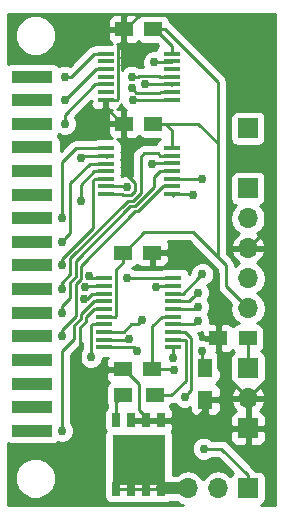
<source format=gtl>
G04 #@! TF.FileFunction,Copper,L1,Top,Signal*
%FSLAX46Y46*%
G04 Gerber Fmt 4.6, Leading zero omitted, Abs format (unit mm)*
G04 Created by KiCad (PCBNEW 4.0.7-e2-6376~58~ubuntu16.04.1) date Wed Nov  8 23:35:19 2017*
%MOMM*%
%LPD*%
G01*
G04 APERTURE LIST*
%ADD10C,0.100000*%
%ADD11R,1.397000X0.431800*%
%ADD12R,1.500000X1.300000*%
%ADD13R,1.450000X0.450000*%
%ADD14R,1.700000X1.700000*%
%ADD15O,1.700000X1.700000*%
%ADD16R,1.500000X1.250000*%
%ADD17R,1.300000X1.500000*%
%ADD18R,0.700000X1.200000*%
%ADD19R,4.500000X4.290000*%
%ADD20R,1.550000X1.600000*%
%ADD21R,1.550000X1.200000*%
%ADD22R,3.500000X1.000000*%
%ADD23C,0.762000*%
%ADD24C,0.254000*%
%ADD25C,1.000000*%
G04 APERTURE END LIST*
D10*
D11*
X224956000Y-105569600D03*
X224956000Y-106204600D03*
X224956000Y-106865000D03*
X224956000Y-107500000D03*
X224956000Y-108160400D03*
X224956000Y-108808100D03*
X224956000Y-109455800D03*
X230544000Y-109455800D03*
X230544000Y-108808100D03*
X230544000Y-108160400D03*
X230544000Y-107500000D03*
X230544000Y-106852300D03*
X230544000Y-106204600D03*
X230544000Y-105556900D03*
D12*
X226400000Y-126500000D03*
X229100000Y-126500000D03*
D13*
X230700000Y-122425000D03*
X230700000Y-121775000D03*
X230700000Y-121125000D03*
X230700000Y-120475000D03*
X230700000Y-119825000D03*
X230700000Y-119175000D03*
X230700000Y-118525000D03*
X230700000Y-117875000D03*
X230700000Y-117225000D03*
X230700000Y-116575000D03*
X224800000Y-116575000D03*
X224800000Y-117225000D03*
X224800000Y-117875000D03*
X224800000Y-118525000D03*
X224800000Y-119175000D03*
X224800000Y-119825000D03*
X224800000Y-120475000D03*
X224800000Y-121125000D03*
X224800000Y-121775000D03*
X224800000Y-122425000D03*
D14*
X237010000Y-124200000D03*
D15*
X237010000Y-126740000D03*
D16*
X236990000Y-121660000D03*
X234490000Y-121660000D03*
X226400000Y-114400000D03*
X228900000Y-114400000D03*
X226400000Y-124300000D03*
X228900000Y-124300000D03*
D14*
X237010000Y-103880000D03*
X237010000Y-108960000D03*
D15*
X237010000Y-111500000D03*
X237010000Y-114040000D03*
X237010000Y-116580000D03*
X237010000Y-119120000D03*
D17*
X233400000Y-124150000D03*
X233400000Y-126850000D03*
D11*
X224956000Y-97569600D03*
X224956000Y-98204600D03*
X224956000Y-98865000D03*
X224956000Y-99500000D03*
X224956000Y-100160400D03*
X224956000Y-100808100D03*
X224956000Y-101455800D03*
X230544000Y-101455800D03*
X230544000Y-100808100D03*
X230544000Y-100160400D03*
X230544000Y-99500000D03*
X230544000Y-98852300D03*
X230544000Y-98204600D03*
X230544000Y-97556900D03*
D18*
X229660000Y-128600000D03*
X228390000Y-128600000D03*
X227110000Y-128600000D03*
X225840000Y-128600000D03*
X225840000Y-134400000D03*
X227110000Y-134400000D03*
X228390000Y-134400000D03*
X229660000Y-134400000D03*
D19*
X227750000Y-132000000D03*
D20*
X228840000Y-132750000D03*
X226660000Y-132750000D03*
D21*
X228840000Y-130750000D03*
X226660000Y-130750000D03*
D16*
X226500000Y-103500000D03*
X229000000Y-103500000D03*
X226500000Y-95500000D03*
X229000000Y-95500000D03*
D14*
X237010000Y-134360000D03*
D15*
X234470000Y-134360000D03*
X231930000Y-134360000D03*
D14*
X237010000Y-129280000D03*
D22*
X218750000Y-99500000D03*
X218750000Y-101500000D03*
X218750000Y-103500000D03*
X218750000Y-105500000D03*
X218750000Y-107500000D03*
X218750000Y-109500000D03*
X218750000Y-111500000D03*
X218750000Y-113500000D03*
X218750000Y-115500000D03*
X218750000Y-117500000D03*
X218750000Y-119500000D03*
X218750000Y-121500000D03*
X218750000Y-123500000D03*
X218750000Y-125500000D03*
X218750000Y-127500000D03*
X218750000Y-129500000D03*
D23*
X230750562Y-124310683D03*
X232750000Y-119000004D03*
X232750000Y-120200004D03*
X226950000Y-121716990D03*
X227650000Y-122700000D03*
X228050000Y-120100000D03*
X228283070Y-100131451D03*
X223120022Y-118341417D03*
X227238338Y-101525691D03*
X223187306Y-117309293D03*
X222850000Y-106400000D03*
X221250000Y-129500000D03*
X223574033Y-116391699D03*
X222850000Y-110000000D03*
X233250000Y-131000000D03*
X223700000Y-123250002D03*
X231650000Y-126600000D03*
X226758010Y-108857579D03*
X226750000Y-116600000D03*
X228870043Y-106900000D03*
X229250000Y-117283010D03*
X233150002Y-116200000D03*
X233150000Y-108200000D03*
X232750000Y-117800000D03*
X232350000Y-109500000D03*
X233150000Y-122750000D03*
X230700000Y-123350000D03*
X221500000Y-99500000D03*
X221500000Y-101500000D03*
X221500000Y-103500000D03*
X229050000Y-98300000D03*
X227150000Y-99500000D03*
X227150000Y-100500000D03*
X221250000Y-111500000D03*
X221249361Y-113499361D03*
X221250000Y-115500000D03*
X221249361Y-117499361D03*
X221250000Y-119500000D03*
X221250000Y-121500000D03*
D24*
X228900000Y-124300000D02*
X230739879Y-124300000D01*
X230739879Y-124300000D02*
X230750562Y-124310683D01*
X229000000Y-95500000D02*
X230004000Y-95500000D01*
X230004000Y-95500000D02*
X234450000Y-99946000D01*
X234450000Y-99946000D02*
X234450000Y-105150000D01*
X235150000Y-115500000D02*
X234450000Y-114800000D01*
X234450000Y-114800000D02*
X232350000Y-112700000D01*
X232800000Y-103500000D02*
X234450000Y-105150000D01*
X234450000Y-105150000D02*
X234450000Y-114800000D01*
X229000000Y-103500000D02*
X232800000Y-103500000D01*
X237010000Y-119120000D02*
X235150000Y-117260000D01*
X235150000Y-117260000D02*
X235150000Y-115500000D01*
X232350000Y-112700000D02*
X228225000Y-112700000D01*
X228225000Y-112700000D02*
X226525000Y-114400000D01*
X226525000Y-114400000D02*
X226400000Y-114400000D01*
X229000000Y-95500000D02*
X229125000Y-95500000D01*
X229125000Y-95500000D02*
X230544000Y-96919000D01*
X230544000Y-96919000D02*
X230544000Y-97087000D01*
X230544000Y-97087000D02*
X230544000Y-97556900D01*
X229000000Y-103500000D02*
X230004000Y-103500000D01*
X230544000Y-105087000D02*
X230544000Y-105556900D01*
X230004000Y-103500000D02*
X230544000Y-104040000D01*
X230544000Y-104040000D02*
X230544000Y-105087000D01*
X236990000Y-121660000D02*
X236990000Y-124180000D01*
X236990000Y-124180000D02*
X237010000Y-124200000D01*
X237010000Y-121640000D02*
X236990000Y-121660000D01*
X228900000Y-120646000D02*
X229721000Y-119825000D01*
X228900000Y-124300000D02*
X228900000Y-120646000D01*
X229721000Y-119825000D02*
X230700000Y-119825000D01*
X224800000Y-119825000D02*
X225779000Y-119825000D01*
X226400000Y-115279000D02*
X226400000Y-114400000D01*
X225852001Y-115826999D02*
X226400000Y-115279000D01*
X225852001Y-119751999D02*
X225852001Y-115826999D01*
X225779000Y-119825000D02*
X225852001Y-119751999D01*
X224800000Y-119175000D02*
X223976349Y-119175000D01*
X223976349Y-119175000D02*
X223320034Y-119831315D01*
X223320034Y-119831315D02*
X223320034Y-120179966D01*
X223320034Y-120179966D02*
X222750000Y-120750000D01*
X222750000Y-120750000D02*
X222750000Y-124250000D01*
X222750000Y-124250000D02*
X222800000Y-124300000D01*
X222800000Y-124300000D02*
X225396000Y-124300000D01*
X225396000Y-124300000D02*
X226400000Y-124300000D01*
X230950000Y-94250000D02*
X227875000Y-94250000D01*
X227875000Y-94250000D02*
X226625000Y-95500000D01*
X226625000Y-95500000D02*
X226500000Y-95500000D01*
X231247999Y-94547999D02*
X230950000Y-94250000D01*
X238450000Y-100500000D02*
X232497999Y-94547999D01*
X232497999Y-94547999D02*
X231247999Y-94547999D01*
X238450000Y-112600000D02*
X238450000Y-100500000D01*
X237010000Y-114040000D02*
X238450000Y-112600000D01*
X232750000Y-114400000D02*
X234490000Y-116140000D01*
X234490000Y-116140000D02*
X234490000Y-121660000D01*
X228900000Y-114400000D02*
X232750000Y-114400000D01*
X238600000Y-114427919D02*
X238600000Y-125150000D01*
X238600000Y-125150000D02*
X237010000Y-126740000D01*
X237010000Y-114040000D02*
X238212081Y-114040000D01*
X238212081Y-114040000D02*
X238600000Y-114427919D01*
X229260000Y-114040000D02*
X228900000Y-114400000D01*
X227466011Y-108517738D02*
X227466011Y-109197420D01*
X226308389Y-109455800D02*
X225908500Y-109455800D01*
X226418169Y-109565580D02*
X226308389Y-109455800D01*
X227466011Y-109197420D02*
X227097851Y-109565580D01*
X227097851Y-109565580D02*
X226418169Y-109565580D01*
X226500000Y-103500000D02*
X226500000Y-107551727D01*
X226500000Y-107551727D02*
X227466011Y-108517738D01*
X225908500Y-109455800D02*
X224956000Y-109455800D01*
X226500000Y-103500000D02*
X226375000Y-103500000D01*
X226375000Y-103500000D02*
X224956000Y-102081000D01*
X224956000Y-102081000D02*
X224956000Y-101925700D01*
X224956000Y-101925700D02*
X224956000Y-101455800D01*
X226500000Y-95500000D02*
X226500000Y-96379000D01*
X226500000Y-96379000D02*
X225981501Y-96897499D01*
X225981501Y-96897499D02*
X225981501Y-101382799D01*
X225981501Y-101382799D02*
X225908500Y-101455800D01*
X225908500Y-101455800D02*
X224956000Y-101455800D01*
X226400000Y-124300000D02*
X226525000Y-124300000D01*
X227786000Y-125561000D02*
X227786000Y-127746000D01*
X226525000Y-124300000D02*
X227786000Y-125561000D01*
X227786000Y-127746000D02*
X228390000Y-128350000D01*
X228390000Y-128350000D02*
X228390000Y-128600000D01*
X233200000Y-126820000D02*
X233200000Y-127850000D01*
X233200000Y-127850000D02*
X232450000Y-128600000D01*
X232450000Y-128600000D02*
X228994000Y-128600000D01*
X228994000Y-128600000D02*
X228390000Y-128600000D01*
X233200000Y-126820000D02*
X233200000Y-127824000D01*
X233200000Y-127824000D02*
X232424000Y-128600000D01*
X232424000Y-128600000D02*
X230264000Y-128600000D01*
X230264000Y-128600000D02*
X229660000Y-128600000D01*
X232424000Y-128600000D02*
X227714000Y-128600000D01*
X227714000Y-128600000D02*
X227110000Y-128600000D01*
X237010000Y-126740000D02*
X233280000Y-126740000D01*
X233280000Y-126740000D02*
X233200000Y-126820000D01*
X237010000Y-126740000D02*
X237010000Y-127942081D01*
X237010000Y-127942081D02*
X237010000Y-129280000D01*
X234490000Y-121660000D02*
X234490000Y-124220000D01*
X234490000Y-124220000D02*
X237010000Y-126740000D01*
X232575004Y-119175000D02*
X232750000Y-119000004D01*
X230700000Y-119175000D02*
X232575004Y-119175000D01*
X232475004Y-120475000D02*
X232750000Y-120200004D01*
X230700000Y-120475000D02*
X232475004Y-120475000D01*
X226891990Y-121775000D02*
X226950000Y-121716990D01*
X224800000Y-121775000D02*
X226891990Y-121775000D01*
X224800000Y-122425000D02*
X227375000Y-122425000D01*
X227375000Y-122425000D02*
X227650000Y-122700000D01*
X227669001Y-120480999D02*
X228050000Y-120100000D01*
X227138149Y-120480999D02*
X227669001Y-120480999D01*
X224800000Y-121125000D02*
X226494148Y-121125000D01*
X226494148Y-121125000D02*
X227138149Y-120480999D01*
X228312019Y-100160400D02*
X228283070Y-100131451D01*
X230544000Y-100160400D02*
X228312019Y-100160400D01*
X230504400Y-100200000D02*
X230544000Y-100160400D01*
X223354583Y-118341417D02*
X223120022Y-118341417D01*
X224800000Y-117875000D02*
X223821000Y-117875000D01*
X223821000Y-117875000D02*
X223354583Y-118341417D01*
X227308229Y-101455800D02*
X227238338Y-101525691D01*
X230544000Y-101455800D02*
X227308229Y-101455800D01*
X223271599Y-117225000D02*
X223187306Y-117309293D01*
X224800000Y-117225000D02*
X223271599Y-117225000D01*
X224956000Y-106204600D02*
X223045400Y-106204600D01*
X223045400Y-106204600D02*
X222850000Y-106400000D01*
X225051400Y-106300000D02*
X224956000Y-106204600D01*
X221250000Y-129500000D02*
X221250000Y-122750000D01*
X221250000Y-122750000D02*
X222250000Y-121750000D01*
X222250000Y-121750000D02*
X222250000Y-120603253D01*
X222250000Y-120603253D02*
X222866023Y-119987230D01*
X222866023Y-119987230D02*
X222866023Y-119643258D01*
X222866023Y-119643258D02*
X223984281Y-118525000D01*
X223984281Y-118525000D02*
X224800000Y-118525000D01*
X218750000Y-129500000D02*
X220000000Y-129500000D01*
X223757334Y-116575000D02*
X223574033Y-116391699D01*
X224800000Y-116575000D02*
X223757334Y-116575000D01*
X222850000Y-109461185D02*
X222850000Y-110000000D01*
X224003500Y-107500000D02*
X222850000Y-108653500D01*
X224956000Y-107500000D02*
X224003500Y-107500000D01*
X222850000Y-108653500D02*
X222850000Y-109461185D01*
X233788815Y-131000000D02*
X233250000Y-131000000D01*
X234754000Y-131000000D02*
X233788815Y-131000000D01*
X237010000Y-133256000D02*
X234754000Y-131000000D01*
X237010000Y-134360000D02*
X237010000Y-133256000D01*
X223700000Y-122711187D02*
X223700000Y-123250002D01*
X223821000Y-120475000D02*
X223700000Y-120596000D01*
X224800000Y-120475000D02*
X223821000Y-120475000D01*
X223700000Y-120596000D02*
X223700000Y-122711187D01*
X230700000Y-121125000D02*
X231679000Y-121125000D01*
X231679000Y-121125000D02*
X232206011Y-121652011D01*
X232206011Y-121652011D02*
X232206011Y-126043989D01*
X232206011Y-126043989D02*
X232030999Y-126219001D01*
X232030999Y-126219001D02*
X231650000Y-126600000D01*
X225840000Y-134400000D02*
X225840000Y-134150000D01*
X225840000Y-134150000D02*
X227750000Y-132240000D01*
X227750000Y-132240000D02*
X227750000Y-132000000D01*
X227110000Y-134400000D02*
X225840000Y-134400000D01*
X228390000Y-134400000D02*
X227110000Y-134400000D01*
X229660000Y-134400000D02*
X228390000Y-134400000D01*
D25*
X231930000Y-134360000D02*
X229700000Y-134360000D01*
D24*
X229700000Y-134360000D02*
X229660000Y-134400000D01*
X224956000Y-108808100D02*
X226708531Y-108808100D01*
X226708531Y-108808100D02*
X226758010Y-108857579D01*
X226775000Y-116575000D02*
X226750000Y-116600000D01*
X230700000Y-116575000D02*
X226775000Y-116575000D01*
X230544000Y-106852300D02*
X228917743Y-106852300D01*
X228917743Y-106852300D02*
X228870043Y-106900000D01*
X229308010Y-117225000D02*
X229250000Y-117283010D01*
X230700000Y-117225000D02*
X229308010Y-117225000D01*
X232769003Y-116580999D02*
X233150002Y-116200000D01*
X231475002Y-117875000D02*
X232769003Y-116580999D01*
X230700000Y-117875000D02*
X231475002Y-117875000D01*
X233110400Y-108160400D02*
X233150000Y-108200000D01*
X230544000Y-108160400D02*
X233110400Y-108160400D01*
X230583600Y-108200000D02*
X230544000Y-108160400D01*
X232369001Y-118180999D02*
X232750000Y-117800000D01*
X232025000Y-118525000D02*
X232369001Y-118180999D01*
X230700000Y-118525000D02*
X232025000Y-118525000D01*
X232305800Y-109455800D02*
X232350000Y-109500000D01*
X230544000Y-109455800D02*
X232305800Y-109455800D01*
X230688200Y-109600000D02*
X230544000Y-109455800D01*
X233150000Y-122750000D02*
X233150000Y-123900000D01*
X233150000Y-123900000D02*
X233400000Y-124150000D01*
X230700000Y-122425000D02*
X230700000Y-123350000D01*
X230104000Y-126500000D02*
X229100000Y-126500000D01*
X230497842Y-126500000D02*
X230104000Y-126500000D01*
X231752001Y-125245841D02*
X230497842Y-126500000D01*
X231752001Y-121848001D02*
X231752001Y-125245841D01*
X231679000Y-121775000D02*
X231752001Y-121848001D01*
X230700000Y-121775000D02*
X231679000Y-121775000D01*
X226400000Y-126500000D02*
X225800000Y-127100000D01*
X225800000Y-127100000D02*
X225800000Y-128560000D01*
X225800000Y-128560000D02*
X225840000Y-128600000D01*
X221500000Y-99500000D02*
X222050000Y-99500000D01*
X222050000Y-99500000D02*
X223980400Y-97569600D01*
X223980400Y-97569600D02*
X224003500Y-97569600D01*
X224003500Y-97569600D02*
X224956000Y-97569600D01*
X222000000Y-101000000D02*
X224135000Y-98865000D01*
X222000000Y-101000000D02*
X221500000Y-101500000D01*
X224135000Y-98865000D02*
X224956000Y-98865000D01*
X221500000Y-103000000D02*
X221500000Y-102754000D01*
X221500000Y-103000000D02*
X221500000Y-103500000D01*
X221500000Y-102754000D02*
X224093600Y-100160400D01*
X224093600Y-100160400D02*
X224956000Y-100160400D01*
X229050000Y-98300000D02*
X230448600Y-98300000D01*
X230448600Y-98300000D02*
X230544000Y-98204600D01*
X227150000Y-99500000D02*
X227688815Y-99500000D01*
X227688815Y-99500000D02*
X227765366Y-99423449D01*
X227765366Y-99423449D02*
X229514949Y-99423449D01*
X229514949Y-99423449D02*
X229591500Y-99500000D01*
X229591500Y-99500000D02*
X230544000Y-99500000D01*
X227530999Y-100880999D02*
X229518601Y-100880999D01*
X229591500Y-100808100D02*
X230544000Y-100808100D01*
X227150000Y-100500000D02*
X227530999Y-100880999D01*
X229518601Y-100880999D02*
X229591500Y-100808100D01*
X221250000Y-111500000D02*
X221250000Y-106752156D01*
X221250000Y-106752156D02*
X222432556Y-105569600D01*
X222432556Y-105569600D02*
X224003500Y-105569600D01*
X224003500Y-105569600D02*
X224956000Y-105569600D01*
X218750000Y-111500000D02*
X219773100Y-111500000D01*
X221958001Y-112790721D02*
X221630360Y-113118362D01*
X223632844Y-106865000D02*
X221958001Y-108539843D01*
X224956000Y-106865000D02*
X223632844Y-106865000D01*
X221958001Y-108539843D02*
X221958001Y-112790721D01*
X221630360Y-113118362D02*
X221249361Y-113499361D01*
X223858002Y-108305898D02*
X224003500Y-108160400D01*
X223858002Y-112353183D02*
X223858002Y-108305898D01*
X221250000Y-115500000D02*
X221250000Y-114961185D01*
X224003500Y-108160400D02*
X224956000Y-108160400D01*
X221250000Y-114961185D02*
X223858002Y-112353183D01*
X227920022Y-106282136D02*
X227920022Y-109385477D01*
X227920022Y-109385477D02*
X227285908Y-110019591D01*
X221958001Y-114895252D02*
X221958001Y-116251906D01*
X228210159Y-105991999D02*
X227920022Y-106282136D01*
X229378899Y-105991999D02*
X228210159Y-105991999D01*
X221958001Y-116251906D02*
X221249361Y-116960546D01*
X226833662Y-110019591D02*
X221958001Y-114895252D01*
X227285908Y-110019591D02*
X226833662Y-110019591D01*
X221249361Y-116960546D02*
X221249361Y-117499361D01*
X229591500Y-106204600D02*
X229378899Y-105991999D01*
X230544000Y-106204600D02*
X229591500Y-106204600D01*
X229591500Y-107500000D02*
X230544000Y-107500000D01*
X227034330Y-110473602D02*
X227473966Y-110473601D01*
X221958001Y-116895252D02*
X222412012Y-116441241D01*
X221958001Y-118253184D02*
X221958001Y-116895252D01*
X222412012Y-115095920D02*
X227034330Y-110473602D01*
X227473966Y-110473601D02*
X229089841Y-108857726D01*
X221250000Y-119500000D02*
X221250000Y-118961185D01*
X221250000Y-118961185D02*
X221958001Y-118253184D01*
X222412012Y-116441241D02*
X222412012Y-115095920D01*
X229089841Y-108857726D02*
X229089841Y-108001659D01*
X229089841Y-108001659D02*
X229591500Y-107500000D01*
X227471989Y-110927611D02*
X227662024Y-110927611D01*
X229781535Y-108808100D02*
X230544000Y-108808100D01*
X221250000Y-120961185D02*
X222412012Y-119799173D01*
X222866023Y-115533577D02*
X227471989Y-110927611D01*
X227662024Y-110927611D02*
X229781535Y-108808100D01*
X221250000Y-121500000D02*
X221250000Y-120961185D01*
X222412012Y-119799173D02*
X222412012Y-117083309D01*
X222412012Y-117083309D02*
X222866023Y-116629298D01*
X222866023Y-116629298D02*
X222866023Y-115533577D01*
X230496300Y-98900000D02*
X230544000Y-98852300D01*
G36*
X222938000Y-122575084D02*
X222839179Y-122673733D01*
X222684176Y-123047020D01*
X222683824Y-123451210D01*
X222838175Y-123824768D01*
X223123731Y-124110823D01*
X223497018Y-124265826D01*
X223901208Y-124266178D01*
X224274766Y-124111827D01*
X224560821Y-123826271D01*
X224715824Y-123452984D01*
X224715959Y-123297440D01*
X225129534Y-123297440D01*
X225111673Y-123315301D01*
X225015000Y-123548690D01*
X225015000Y-124014250D01*
X225173750Y-124173000D01*
X226273000Y-124173000D01*
X226273000Y-124153000D01*
X226527000Y-124153000D01*
X226527000Y-124173000D01*
X226547000Y-124173000D01*
X226547000Y-124427000D01*
X226527000Y-124427000D01*
X226527000Y-124447000D01*
X226273000Y-124447000D01*
X226273000Y-124427000D01*
X225173750Y-124427000D01*
X225015000Y-124585750D01*
X225015000Y-125051310D01*
X225111673Y-125284699D01*
X225207276Y-125380301D01*
X225198559Y-125385910D01*
X225053569Y-125598110D01*
X225002560Y-125850000D01*
X225002560Y-127150000D01*
X225038000Y-127338347D01*
X225038000Y-127536728D01*
X224893569Y-127748110D01*
X224842560Y-128000000D01*
X224842560Y-129200000D01*
X224886838Y-129435317D01*
X224950558Y-129534340D01*
X224903569Y-129603110D01*
X224852560Y-129855000D01*
X224852560Y-133750619D01*
X224842560Y-133800000D01*
X224842560Y-135000000D01*
X224886838Y-135235317D01*
X225025910Y-135451441D01*
X225238110Y-135596431D01*
X225490000Y-135647440D01*
X226190000Y-135647440D01*
X226425317Y-135603162D01*
X226473028Y-135572461D01*
X226508110Y-135596431D01*
X226760000Y-135647440D01*
X227460000Y-135647440D01*
X227695317Y-135603162D01*
X227748178Y-135569147D01*
X227788110Y-135596431D01*
X228040000Y-135647440D01*
X228740000Y-135647440D01*
X228975317Y-135603162D01*
X229023028Y-135572461D01*
X229058110Y-135596431D01*
X229310000Y-135647440D01*
X230010000Y-135647440D01*
X230245317Y-135603162D01*
X230413406Y-135495000D01*
X230963536Y-135495000D01*
X231361715Y-135761054D01*
X231507236Y-135790000D01*
X216710000Y-135790000D01*
X216710000Y-133843599D01*
X217264699Y-133843599D01*
X217528281Y-134481515D01*
X218015918Y-134970004D01*
X218653373Y-135234699D01*
X219343599Y-135235301D01*
X219981515Y-134971719D01*
X220470004Y-134484082D01*
X220734699Y-133846627D01*
X220735301Y-133156401D01*
X220471719Y-132518485D01*
X219984082Y-132029996D01*
X219346627Y-131765301D01*
X218656401Y-131764699D01*
X218018485Y-132028281D01*
X217529996Y-132515918D01*
X217265301Y-133153373D01*
X217264699Y-133843599D01*
X216710000Y-133843599D01*
X216710000Y-130570392D01*
X216748110Y-130596431D01*
X217000000Y-130647440D01*
X220500000Y-130647440D01*
X220735317Y-130603162D01*
X220940062Y-130471412D01*
X221047018Y-130515824D01*
X221451208Y-130516176D01*
X221824766Y-130361825D01*
X222110821Y-130076269D01*
X222265824Y-129702982D01*
X222266176Y-129298792D01*
X222111825Y-128925234D01*
X222012000Y-128825235D01*
X222012000Y-123065630D01*
X222788816Y-122288815D01*
X222938000Y-122065545D01*
X222938000Y-122575084D01*
X222938000Y-122575084D01*
G37*
X222938000Y-122575084D02*
X222839179Y-122673733D01*
X222684176Y-123047020D01*
X222683824Y-123451210D01*
X222838175Y-123824768D01*
X223123731Y-124110823D01*
X223497018Y-124265826D01*
X223901208Y-124266178D01*
X224274766Y-124111827D01*
X224560821Y-123826271D01*
X224715824Y-123452984D01*
X224715959Y-123297440D01*
X225129534Y-123297440D01*
X225111673Y-123315301D01*
X225015000Y-123548690D01*
X225015000Y-124014250D01*
X225173750Y-124173000D01*
X226273000Y-124173000D01*
X226273000Y-124153000D01*
X226527000Y-124153000D01*
X226527000Y-124173000D01*
X226547000Y-124173000D01*
X226547000Y-124427000D01*
X226527000Y-124427000D01*
X226527000Y-124447000D01*
X226273000Y-124447000D01*
X226273000Y-124427000D01*
X225173750Y-124427000D01*
X225015000Y-124585750D01*
X225015000Y-125051310D01*
X225111673Y-125284699D01*
X225207276Y-125380301D01*
X225198559Y-125385910D01*
X225053569Y-125598110D01*
X225002560Y-125850000D01*
X225002560Y-127150000D01*
X225038000Y-127338347D01*
X225038000Y-127536728D01*
X224893569Y-127748110D01*
X224842560Y-128000000D01*
X224842560Y-129200000D01*
X224886838Y-129435317D01*
X224950558Y-129534340D01*
X224903569Y-129603110D01*
X224852560Y-129855000D01*
X224852560Y-133750619D01*
X224842560Y-133800000D01*
X224842560Y-135000000D01*
X224886838Y-135235317D01*
X225025910Y-135451441D01*
X225238110Y-135596431D01*
X225490000Y-135647440D01*
X226190000Y-135647440D01*
X226425317Y-135603162D01*
X226473028Y-135572461D01*
X226508110Y-135596431D01*
X226760000Y-135647440D01*
X227460000Y-135647440D01*
X227695317Y-135603162D01*
X227748178Y-135569147D01*
X227788110Y-135596431D01*
X228040000Y-135647440D01*
X228740000Y-135647440D01*
X228975317Y-135603162D01*
X229023028Y-135572461D01*
X229058110Y-135596431D01*
X229310000Y-135647440D01*
X230010000Y-135647440D01*
X230245317Y-135603162D01*
X230413406Y-135495000D01*
X230963536Y-135495000D01*
X231361715Y-135761054D01*
X231507236Y-135790000D01*
X216710000Y-135790000D01*
X216710000Y-133843599D01*
X217264699Y-133843599D01*
X217528281Y-134481515D01*
X218015918Y-134970004D01*
X218653373Y-135234699D01*
X219343599Y-135235301D01*
X219981515Y-134971719D01*
X220470004Y-134484082D01*
X220734699Y-133846627D01*
X220735301Y-133156401D01*
X220471719Y-132518485D01*
X219984082Y-132029996D01*
X219346627Y-131765301D01*
X218656401Y-131764699D01*
X218018485Y-132028281D01*
X217529996Y-132515918D01*
X217265301Y-133153373D01*
X217264699Y-133843599D01*
X216710000Y-133843599D01*
X216710000Y-130570392D01*
X216748110Y-130596431D01*
X217000000Y-130647440D01*
X220500000Y-130647440D01*
X220735317Y-130603162D01*
X220940062Y-130471412D01*
X221047018Y-130515824D01*
X221451208Y-130516176D01*
X221824766Y-130361825D01*
X222110821Y-130076269D01*
X222265824Y-129702982D01*
X222266176Y-129298792D01*
X222111825Y-128925234D01*
X222012000Y-128825235D01*
X222012000Y-123065630D01*
X222788816Y-122288815D01*
X222938000Y-122065545D01*
X222938000Y-122575084D01*
G36*
X239290000Y-135790000D02*
X238131312Y-135790000D01*
X238311441Y-135674090D01*
X238456431Y-135461890D01*
X238507440Y-135210000D01*
X238507440Y-133510000D01*
X238463162Y-133274683D01*
X238324090Y-133058559D01*
X238111890Y-132913569D01*
X237860000Y-132862560D01*
X237645952Y-132862560D01*
X237634825Y-132845907D01*
X237548816Y-132717185D01*
X235292815Y-130461185D01*
X235278232Y-130451441D01*
X235045605Y-130296004D01*
X234754000Y-130238000D01*
X233924918Y-130238000D01*
X233826269Y-130139179D01*
X233452982Y-129984176D01*
X233048792Y-129983824D01*
X232675234Y-130138175D01*
X232389179Y-130423731D01*
X232234176Y-130797018D01*
X232233824Y-131201208D01*
X232388175Y-131574766D01*
X232673731Y-131860821D01*
X233047018Y-132015824D01*
X233451208Y-132016176D01*
X233824766Y-131861825D01*
X233924765Y-131762000D01*
X234438370Y-131762000D01*
X235716907Y-133040538D01*
X235708559Y-133045910D01*
X235563569Y-133258110D01*
X235549914Y-133325541D01*
X235520054Y-133280853D01*
X235038285Y-132958946D01*
X234470000Y-132845907D01*
X233901715Y-132958946D01*
X233419946Y-133280853D01*
X233200000Y-133610026D01*
X232980054Y-133280853D01*
X232498285Y-132958946D01*
X231930000Y-132845907D01*
X231361715Y-132958946D01*
X230963536Y-133225000D01*
X230647440Y-133225000D01*
X230647440Y-129855000D01*
X230603162Y-129619683D01*
X230568457Y-129565750D01*
X235525000Y-129565750D01*
X235525000Y-130256310D01*
X235621673Y-130489699D01*
X235800302Y-130668327D01*
X236033691Y-130765000D01*
X236724250Y-130765000D01*
X236883000Y-130606250D01*
X236883000Y-129407000D01*
X237137000Y-129407000D01*
X237137000Y-130606250D01*
X237295750Y-130765000D01*
X237986309Y-130765000D01*
X238219698Y-130668327D01*
X238398327Y-130489699D01*
X238495000Y-130256310D01*
X238495000Y-129565750D01*
X238336250Y-129407000D01*
X237137000Y-129407000D01*
X236883000Y-129407000D01*
X235683750Y-129407000D01*
X235525000Y-129565750D01*
X230568457Y-129565750D01*
X230554685Y-129544348D01*
X230645000Y-129326310D01*
X230645000Y-128885750D01*
X230486250Y-128727000D01*
X229787000Y-128727000D01*
X229787000Y-128747000D01*
X229533000Y-128747000D01*
X229533000Y-128727000D01*
X228517000Y-128727000D01*
X228517000Y-128747000D01*
X228263000Y-128747000D01*
X228263000Y-128727000D01*
X227237000Y-128727000D01*
X227237000Y-128747000D01*
X226983000Y-128747000D01*
X226983000Y-128727000D01*
X226963000Y-128727000D01*
X226963000Y-128473000D01*
X226983000Y-128473000D01*
X226983000Y-128453000D01*
X227237000Y-128453000D01*
X227237000Y-128473000D01*
X228263000Y-128473000D01*
X228263000Y-128453000D01*
X228517000Y-128453000D01*
X228517000Y-128473000D01*
X229533000Y-128473000D01*
X229533000Y-128453000D01*
X229787000Y-128453000D01*
X229787000Y-128473000D01*
X230486250Y-128473000D01*
X230645000Y-128314250D01*
X230645000Y-128303690D01*
X235525000Y-128303690D01*
X235525000Y-128994250D01*
X235683750Y-129153000D01*
X236883000Y-129153000D01*
X236883000Y-126867000D01*
X237137000Y-126867000D01*
X237137000Y-129153000D01*
X238336250Y-129153000D01*
X238495000Y-128994250D01*
X238495000Y-128303690D01*
X238398327Y-128070301D01*
X238219698Y-127891673D01*
X238005792Y-127803070D01*
X238205183Y-127621358D01*
X238451486Y-127096892D01*
X238330819Y-126867000D01*
X237137000Y-126867000D01*
X236883000Y-126867000D01*
X235689181Y-126867000D01*
X235568514Y-127096892D01*
X235814817Y-127621358D01*
X236014208Y-127803070D01*
X235800302Y-127891673D01*
X235621673Y-128070301D01*
X235525000Y-128303690D01*
X230645000Y-128303690D01*
X230645000Y-127873690D01*
X230548327Y-127640301D01*
X230391017Y-127482992D01*
X230446431Y-127401890D01*
X230474759Y-127262000D01*
X230497842Y-127262000D01*
X230789447Y-127203996D01*
X230806188Y-127192810D01*
X231073731Y-127460821D01*
X231447018Y-127615824D01*
X231851208Y-127616176D01*
X232115000Y-127507179D01*
X232115000Y-127726309D01*
X232211673Y-127959698D01*
X232390301Y-128138327D01*
X232623690Y-128235000D01*
X233114250Y-128235000D01*
X233273000Y-128076250D01*
X233273000Y-126977000D01*
X233527000Y-126977000D01*
X233527000Y-128076250D01*
X233685750Y-128235000D01*
X234176310Y-128235000D01*
X234409699Y-128138327D01*
X234588327Y-127959698D01*
X234685000Y-127726309D01*
X234685000Y-127135750D01*
X234526250Y-126977000D01*
X233527000Y-126977000D01*
X233273000Y-126977000D01*
X233253000Y-126977000D01*
X233253000Y-126723000D01*
X233273000Y-126723000D01*
X233273000Y-126703000D01*
X233527000Y-126703000D01*
X233527000Y-126723000D01*
X234526250Y-126723000D01*
X234685000Y-126564250D01*
X234685000Y-125973691D01*
X234588327Y-125740302D01*
X234409699Y-125561673D01*
X234273713Y-125505346D01*
X234285317Y-125503162D01*
X234501441Y-125364090D01*
X234646431Y-125151890D01*
X234697440Y-124900000D01*
X234697440Y-123400000D01*
X234653162Y-123164683D01*
X234514090Y-122948559D01*
X234313053Y-122811197D01*
X234363000Y-122761250D01*
X234363000Y-121787000D01*
X233480196Y-121787000D01*
X233352982Y-121734176D01*
X232968011Y-121733841D01*
X232968011Y-121652011D01*
X232910007Y-121360406D01*
X232813558Y-121216060D01*
X232951208Y-121216180D01*
X233105000Y-121152634D01*
X233105000Y-121374250D01*
X233263750Y-121533000D01*
X234363000Y-121533000D01*
X234363000Y-120558750D01*
X234204250Y-120400000D01*
X233765827Y-120400000D01*
X233766176Y-119998796D01*
X233611825Y-119625238D01*
X233586841Y-119600211D01*
X233610821Y-119576273D01*
X233765824Y-119202986D01*
X233766176Y-118798796D01*
X233611825Y-118425238D01*
X233586839Y-118400209D01*
X233610821Y-118376269D01*
X233765824Y-118002982D01*
X233766176Y-117598792D01*
X233611825Y-117225234D01*
X233529318Y-117142583D01*
X233724768Y-117061825D01*
X234010823Y-116776269D01*
X234165826Y-116402982D01*
X234166178Y-115998792D01*
X234011827Y-115625234D01*
X233726271Y-115339179D01*
X233352984Y-115184176D01*
X232948794Y-115183824D01*
X232575236Y-115338175D01*
X232289181Y-115623731D01*
X232134178Y-115997018D01*
X232134055Y-116138316D01*
X232048674Y-116223697D01*
X232028162Y-116114683D01*
X231889090Y-115898559D01*
X231676890Y-115753569D01*
X231425000Y-115702560D01*
X229975000Y-115702560D01*
X229739683Y-115746838D01*
X229636864Y-115813000D01*
X227399961Y-115813000D01*
X227326269Y-115739179D01*
X227160697Y-115670427D01*
X227385317Y-115628162D01*
X227601441Y-115489090D01*
X227647969Y-115420994D01*
X227790302Y-115563327D01*
X228023691Y-115660000D01*
X228614250Y-115660000D01*
X228773000Y-115501250D01*
X228773000Y-114527000D01*
X229027000Y-114527000D01*
X229027000Y-115501250D01*
X229185750Y-115660000D01*
X229776309Y-115660000D01*
X230009698Y-115563327D01*
X230188327Y-115384699D01*
X230285000Y-115151310D01*
X230285000Y-114685750D01*
X230126250Y-114527000D01*
X229027000Y-114527000D01*
X228773000Y-114527000D01*
X228753000Y-114527000D01*
X228753000Y-114273000D01*
X228773000Y-114273000D01*
X228773000Y-114253000D01*
X229027000Y-114253000D01*
X229027000Y-114273000D01*
X230126250Y-114273000D01*
X230285000Y-114114250D01*
X230285000Y-113648690D01*
X230207670Y-113462000D01*
X232034370Y-113462000D01*
X233911184Y-115338815D01*
X233911187Y-115338817D01*
X234388000Y-115815631D01*
X234388000Y-117260000D01*
X234446004Y-117551605D01*
X234587254Y-117763000D01*
X234611185Y-117798815D01*
X235568321Y-118755951D01*
X235495907Y-119120000D01*
X235608946Y-119688285D01*
X235930853Y-120170054D01*
X236256374Y-120387560D01*
X236240000Y-120387560D01*
X236004683Y-120431838D01*
X235788559Y-120570910D01*
X235742031Y-120639006D01*
X235599698Y-120496673D01*
X235366309Y-120400000D01*
X234775750Y-120400000D01*
X234617000Y-120558750D01*
X234617000Y-121533000D01*
X234637000Y-121533000D01*
X234637000Y-121787000D01*
X234617000Y-121787000D01*
X234617000Y-122761250D01*
X234775750Y-122920000D01*
X235366309Y-122920000D01*
X235599698Y-122823327D01*
X235740936Y-122682090D01*
X235775910Y-122736441D01*
X235855902Y-122791097D01*
X235708559Y-122885910D01*
X235563569Y-123098110D01*
X235512560Y-123350000D01*
X235512560Y-125050000D01*
X235556838Y-125285317D01*
X235695910Y-125501441D01*
X235908110Y-125646431D01*
X236022301Y-125669555D01*
X235814817Y-125858642D01*
X235568514Y-126383108D01*
X235689181Y-126613000D01*
X236883000Y-126613000D01*
X236883000Y-126593000D01*
X237137000Y-126593000D01*
X237137000Y-126613000D01*
X238330819Y-126613000D01*
X238451486Y-126383108D01*
X238205183Y-125858642D01*
X237999496Y-125671192D01*
X238095317Y-125653162D01*
X238311441Y-125514090D01*
X238456431Y-125301890D01*
X238507440Y-125050000D01*
X238507440Y-123350000D01*
X238463162Y-123114683D01*
X238324090Y-122898559D01*
X238147097Y-122777625D01*
X238191441Y-122749090D01*
X238336431Y-122536890D01*
X238387440Y-122285000D01*
X238387440Y-121035000D01*
X238343162Y-120799683D01*
X238204090Y-120583559D01*
X237991890Y-120438569D01*
X237758131Y-120391232D01*
X238089147Y-120170054D01*
X238411054Y-119688285D01*
X238524093Y-119120000D01*
X238411054Y-118551715D01*
X238089147Y-118069946D01*
X237759974Y-117850000D01*
X238089147Y-117630054D01*
X238411054Y-117148285D01*
X238524093Y-116580000D01*
X238411054Y-116011715D01*
X238089147Y-115529946D01*
X237748447Y-115302298D01*
X237891358Y-115235183D01*
X238281645Y-114806924D01*
X238451476Y-114396890D01*
X238330155Y-114167000D01*
X237137000Y-114167000D01*
X237137000Y-114187000D01*
X236883000Y-114187000D01*
X236883000Y-114167000D01*
X235689845Y-114167000D01*
X235568524Y-114396890D01*
X235738355Y-114806924D01*
X236128642Y-115235183D01*
X236271553Y-115302298D01*
X235930853Y-115529946D01*
X235912000Y-115558162D01*
X235912000Y-115500000D01*
X235853996Y-115208395D01*
X235784239Y-115103996D01*
X235688815Y-114961184D01*
X235212000Y-114484370D01*
X235212000Y-111500000D01*
X235495907Y-111500000D01*
X235608946Y-112068285D01*
X235930853Y-112550054D01*
X236271553Y-112777702D01*
X236128642Y-112844817D01*
X235738355Y-113273076D01*
X235568524Y-113683110D01*
X235689845Y-113913000D01*
X236883000Y-113913000D01*
X236883000Y-113893000D01*
X237137000Y-113893000D01*
X237137000Y-113913000D01*
X238330155Y-113913000D01*
X238451476Y-113683110D01*
X238281645Y-113273076D01*
X237891358Y-112844817D01*
X237748447Y-112777702D01*
X238089147Y-112550054D01*
X238411054Y-112068285D01*
X238524093Y-111500000D01*
X238411054Y-110931715D01*
X238089147Y-110449946D01*
X238047548Y-110422150D01*
X238095317Y-110413162D01*
X238311441Y-110274090D01*
X238456431Y-110061890D01*
X238507440Y-109810000D01*
X238507440Y-108110000D01*
X238463162Y-107874683D01*
X238324090Y-107658559D01*
X238111890Y-107513569D01*
X237860000Y-107462560D01*
X236160000Y-107462560D01*
X235924683Y-107506838D01*
X235708559Y-107645910D01*
X235563569Y-107858110D01*
X235512560Y-108110000D01*
X235512560Y-109810000D01*
X235556838Y-110045317D01*
X235695910Y-110261441D01*
X235908110Y-110406431D01*
X235975541Y-110420086D01*
X235930853Y-110449946D01*
X235608946Y-110931715D01*
X235495907Y-111500000D01*
X235212000Y-111500000D01*
X235212000Y-103030000D01*
X235512560Y-103030000D01*
X235512560Y-104730000D01*
X235556838Y-104965317D01*
X235695910Y-105181441D01*
X235908110Y-105326431D01*
X236160000Y-105377440D01*
X237860000Y-105377440D01*
X238095317Y-105333162D01*
X238311441Y-105194090D01*
X238456431Y-104981890D01*
X238507440Y-104730000D01*
X238507440Y-103030000D01*
X238463162Y-102794683D01*
X238324090Y-102578559D01*
X238111890Y-102433569D01*
X237860000Y-102382560D01*
X236160000Y-102382560D01*
X235924683Y-102426838D01*
X235708559Y-102565910D01*
X235563569Y-102778110D01*
X235512560Y-103030000D01*
X235212000Y-103030000D01*
X235212000Y-99946000D01*
X235153996Y-99654395D01*
X235063956Y-99519641D01*
X234988815Y-99407184D01*
X230542815Y-94961185D01*
X230413830Y-94875000D01*
X230395083Y-94862473D01*
X230353162Y-94639683D01*
X230214090Y-94423559D01*
X230001890Y-94278569D01*
X229750000Y-94227560D01*
X228250000Y-94227560D01*
X228014683Y-94271838D01*
X227798559Y-94410910D01*
X227752031Y-94479006D01*
X227609698Y-94336673D01*
X227376309Y-94240000D01*
X226785750Y-94240000D01*
X226627000Y-94398750D01*
X226627000Y-95373000D01*
X226647000Y-95373000D01*
X226647000Y-95627000D01*
X226627000Y-95627000D01*
X226627000Y-96601250D01*
X226785750Y-96760000D01*
X227376309Y-96760000D01*
X227609698Y-96663327D01*
X227750936Y-96522090D01*
X227785910Y-96576441D01*
X227998110Y-96721431D01*
X228250000Y-96772440D01*
X229319810Y-96772440D01*
X229412447Y-96865077D01*
X229394059Y-96876910D01*
X229249069Y-97089110D01*
X229209575Y-97284138D01*
X228848792Y-97283824D01*
X228475234Y-97438175D01*
X228189179Y-97723731D01*
X228034176Y-98097018D01*
X228033824Y-98501208D01*
X228100034Y-98661449D01*
X227765366Y-98661449D01*
X227751294Y-98664248D01*
X227726269Y-98639179D01*
X227352982Y-98484176D01*
X226948792Y-98483824D01*
X226575234Y-98638175D01*
X226301940Y-98910992D01*
X226301940Y-98649100D01*
X226279643Y-98530604D01*
X226301940Y-98420500D01*
X226301940Y-97988700D01*
X226282121Y-97883370D01*
X226301940Y-97785500D01*
X226301940Y-97353700D01*
X226257662Y-97118383D01*
X226118590Y-96902259D01*
X225910387Y-96760000D01*
X226214250Y-96760000D01*
X226373000Y-96601250D01*
X226373000Y-95627000D01*
X225273750Y-95627000D01*
X225115000Y-95785750D01*
X225115000Y-96251310D01*
X225211673Y-96484699D01*
X225390302Y-96663327D01*
X225493951Y-96706260D01*
X224257500Y-96706260D01*
X224022183Y-96750538D01*
X223912525Y-96821101D01*
X223688795Y-96865604D01*
X223608883Y-96919000D01*
X223441585Y-97030785D01*
X221904511Y-98567859D01*
X221702982Y-98484176D01*
X221298792Y-98483824D01*
X221001483Y-98606670D01*
X220964090Y-98548559D01*
X220751890Y-98403569D01*
X220500000Y-98352560D01*
X217000000Y-98352560D01*
X216764683Y-98396838D01*
X216710000Y-98432026D01*
X216710000Y-96343599D01*
X217264699Y-96343599D01*
X217528281Y-96981515D01*
X218015918Y-97470004D01*
X218653373Y-97734699D01*
X219343599Y-97735301D01*
X219981515Y-97471719D01*
X220470004Y-96984082D01*
X220734699Y-96346627D01*
X220735301Y-95656401D01*
X220471719Y-95018485D01*
X220202395Y-94748690D01*
X225115000Y-94748690D01*
X225115000Y-95214250D01*
X225273750Y-95373000D01*
X226373000Y-95373000D01*
X226373000Y-94398750D01*
X226214250Y-94240000D01*
X225623691Y-94240000D01*
X225390302Y-94336673D01*
X225211673Y-94515301D01*
X225115000Y-94748690D01*
X220202395Y-94748690D01*
X219984082Y-94529996D01*
X219346627Y-94265301D01*
X218656401Y-94264699D01*
X218018485Y-94528281D01*
X217529996Y-95015918D01*
X217265301Y-95653373D01*
X217264699Y-96343599D01*
X216710000Y-96343599D01*
X216710000Y-94210000D01*
X239290000Y-94210000D01*
X239290000Y-135790000D01*
X239290000Y-135790000D01*
G37*
X239290000Y-135790000D02*
X238131312Y-135790000D01*
X238311441Y-135674090D01*
X238456431Y-135461890D01*
X238507440Y-135210000D01*
X238507440Y-133510000D01*
X238463162Y-133274683D01*
X238324090Y-133058559D01*
X238111890Y-132913569D01*
X237860000Y-132862560D01*
X237645952Y-132862560D01*
X237634825Y-132845907D01*
X237548816Y-132717185D01*
X235292815Y-130461185D01*
X235278232Y-130451441D01*
X235045605Y-130296004D01*
X234754000Y-130238000D01*
X233924918Y-130238000D01*
X233826269Y-130139179D01*
X233452982Y-129984176D01*
X233048792Y-129983824D01*
X232675234Y-130138175D01*
X232389179Y-130423731D01*
X232234176Y-130797018D01*
X232233824Y-131201208D01*
X232388175Y-131574766D01*
X232673731Y-131860821D01*
X233047018Y-132015824D01*
X233451208Y-132016176D01*
X233824766Y-131861825D01*
X233924765Y-131762000D01*
X234438370Y-131762000D01*
X235716907Y-133040538D01*
X235708559Y-133045910D01*
X235563569Y-133258110D01*
X235549914Y-133325541D01*
X235520054Y-133280853D01*
X235038285Y-132958946D01*
X234470000Y-132845907D01*
X233901715Y-132958946D01*
X233419946Y-133280853D01*
X233200000Y-133610026D01*
X232980054Y-133280853D01*
X232498285Y-132958946D01*
X231930000Y-132845907D01*
X231361715Y-132958946D01*
X230963536Y-133225000D01*
X230647440Y-133225000D01*
X230647440Y-129855000D01*
X230603162Y-129619683D01*
X230568457Y-129565750D01*
X235525000Y-129565750D01*
X235525000Y-130256310D01*
X235621673Y-130489699D01*
X235800302Y-130668327D01*
X236033691Y-130765000D01*
X236724250Y-130765000D01*
X236883000Y-130606250D01*
X236883000Y-129407000D01*
X237137000Y-129407000D01*
X237137000Y-130606250D01*
X237295750Y-130765000D01*
X237986309Y-130765000D01*
X238219698Y-130668327D01*
X238398327Y-130489699D01*
X238495000Y-130256310D01*
X238495000Y-129565750D01*
X238336250Y-129407000D01*
X237137000Y-129407000D01*
X236883000Y-129407000D01*
X235683750Y-129407000D01*
X235525000Y-129565750D01*
X230568457Y-129565750D01*
X230554685Y-129544348D01*
X230645000Y-129326310D01*
X230645000Y-128885750D01*
X230486250Y-128727000D01*
X229787000Y-128727000D01*
X229787000Y-128747000D01*
X229533000Y-128747000D01*
X229533000Y-128727000D01*
X228517000Y-128727000D01*
X228517000Y-128747000D01*
X228263000Y-128747000D01*
X228263000Y-128727000D01*
X227237000Y-128727000D01*
X227237000Y-128747000D01*
X226983000Y-128747000D01*
X226983000Y-128727000D01*
X226963000Y-128727000D01*
X226963000Y-128473000D01*
X226983000Y-128473000D01*
X226983000Y-128453000D01*
X227237000Y-128453000D01*
X227237000Y-128473000D01*
X228263000Y-128473000D01*
X228263000Y-128453000D01*
X228517000Y-128453000D01*
X228517000Y-128473000D01*
X229533000Y-128473000D01*
X229533000Y-128453000D01*
X229787000Y-128453000D01*
X229787000Y-128473000D01*
X230486250Y-128473000D01*
X230645000Y-128314250D01*
X230645000Y-128303690D01*
X235525000Y-128303690D01*
X235525000Y-128994250D01*
X235683750Y-129153000D01*
X236883000Y-129153000D01*
X236883000Y-126867000D01*
X237137000Y-126867000D01*
X237137000Y-129153000D01*
X238336250Y-129153000D01*
X238495000Y-128994250D01*
X238495000Y-128303690D01*
X238398327Y-128070301D01*
X238219698Y-127891673D01*
X238005792Y-127803070D01*
X238205183Y-127621358D01*
X238451486Y-127096892D01*
X238330819Y-126867000D01*
X237137000Y-126867000D01*
X236883000Y-126867000D01*
X235689181Y-126867000D01*
X235568514Y-127096892D01*
X235814817Y-127621358D01*
X236014208Y-127803070D01*
X235800302Y-127891673D01*
X235621673Y-128070301D01*
X235525000Y-128303690D01*
X230645000Y-128303690D01*
X230645000Y-127873690D01*
X230548327Y-127640301D01*
X230391017Y-127482992D01*
X230446431Y-127401890D01*
X230474759Y-127262000D01*
X230497842Y-127262000D01*
X230789447Y-127203996D01*
X230806188Y-127192810D01*
X231073731Y-127460821D01*
X231447018Y-127615824D01*
X231851208Y-127616176D01*
X232115000Y-127507179D01*
X232115000Y-127726309D01*
X232211673Y-127959698D01*
X232390301Y-128138327D01*
X232623690Y-128235000D01*
X233114250Y-128235000D01*
X233273000Y-128076250D01*
X233273000Y-126977000D01*
X233527000Y-126977000D01*
X233527000Y-128076250D01*
X233685750Y-128235000D01*
X234176310Y-128235000D01*
X234409699Y-128138327D01*
X234588327Y-127959698D01*
X234685000Y-127726309D01*
X234685000Y-127135750D01*
X234526250Y-126977000D01*
X233527000Y-126977000D01*
X233273000Y-126977000D01*
X233253000Y-126977000D01*
X233253000Y-126723000D01*
X233273000Y-126723000D01*
X233273000Y-126703000D01*
X233527000Y-126703000D01*
X233527000Y-126723000D01*
X234526250Y-126723000D01*
X234685000Y-126564250D01*
X234685000Y-125973691D01*
X234588327Y-125740302D01*
X234409699Y-125561673D01*
X234273713Y-125505346D01*
X234285317Y-125503162D01*
X234501441Y-125364090D01*
X234646431Y-125151890D01*
X234697440Y-124900000D01*
X234697440Y-123400000D01*
X234653162Y-123164683D01*
X234514090Y-122948559D01*
X234313053Y-122811197D01*
X234363000Y-122761250D01*
X234363000Y-121787000D01*
X233480196Y-121787000D01*
X233352982Y-121734176D01*
X232968011Y-121733841D01*
X232968011Y-121652011D01*
X232910007Y-121360406D01*
X232813558Y-121216060D01*
X232951208Y-121216180D01*
X233105000Y-121152634D01*
X233105000Y-121374250D01*
X233263750Y-121533000D01*
X234363000Y-121533000D01*
X234363000Y-120558750D01*
X234204250Y-120400000D01*
X233765827Y-120400000D01*
X233766176Y-119998796D01*
X233611825Y-119625238D01*
X233586841Y-119600211D01*
X233610821Y-119576273D01*
X233765824Y-119202986D01*
X233766176Y-118798796D01*
X233611825Y-118425238D01*
X233586839Y-118400209D01*
X233610821Y-118376269D01*
X233765824Y-118002982D01*
X233766176Y-117598792D01*
X233611825Y-117225234D01*
X233529318Y-117142583D01*
X233724768Y-117061825D01*
X234010823Y-116776269D01*
X234165826Y-116402982D01*
X234166178Y-115998792D01*
X234011827Y-115625234D01*
X233726271Y-115339179D01*
X233352984Y-115184176D01*
X232948794Y-115183824D01*
X232575236Y-115338175D01*
X232289181Y-115623731D01*
X232134178Y-115997018D01*
X232134055Y-116138316D01*
X232048674Y-116223697D01*
X232028162Y-116114683D01*
X231889090Y-115898559D01*
X231676890Y-115753569D01*
X231425000Y-115702560D01*
X229975000Y-115702560D01*
X229739683Y-115746838D01*
X229636864Y-115813000D01*
X227399961Y-115813000D01*
X227326269Y-115739179D01*
X227160697Y-115670427D01*
X227385317Y-115628162D01*
X227601441Y-115489090D01*
X227647969Y-115420994D01*
X227790302Y-115563327D01*
X228023691Y-115660000D01*
X228614250Y-115660000D01*
X228773000Y-115501250D01*
X228773000Y-114527000D01*
X229027000Y-114527000D01*
X229027000Y-115501250D01*
X229185750Y-115660000D01*
X229776309Y-115660000D01*
X230009698Y-115563327D01*
X230188327Y-115384699D01*
X230285000Y-115151310D01*
X230285000Y-114685750D01*
X230126250Y-114527000D01*
X229027000Y-114527000D01*
X228773000Y-114527000D01*
X228753000Y-114527000D01*
X228753000Y-114273000D01*
X228773000Y-114273000D01*
X228773000Y-114253000D01*
X229027000Y-114253000D01*
X229027000Y-114273000D01*
X230126250Y-114273000D01*
X230285000Y-114114250D01*
X230285000Y-113648690D01*
X230207670Y-113462000D01*
X232034370Y-113462000D01*
X233911184Y-115338815D01*
X233911187Y-115338817D01*
X234388000Y-115815631D01*
X234388000Y-117260000D01*
X234446004Y-117551605D01*
X234587254Y-117763000D01*
X234611185Y-117798815D01*
X235568321Y-118755951D01*
X235495907Y-119120000D01*
X235608946Y-119688285D01*
X235930853Y-120170054D01*
X236256374Y-120387560D01*
X236240000Y-120387560D01*
X236004683Y-120431838D01*
X235788559Y-120570910D01*
X235742031Y-120639006D01*
X235599698Y-120496673D01*
X235366309Y-120400000D01*
X234775750Y-120400000D01*
X234617000Y-120558750D01*
X234617000Y-121533000D01*
X234637000Y-121533000D01*
X234637000Y-121787000D01*
X234617000Y-121787000D01*
X234617000Y-122761250D01*
X234775750Y-122920000D01*
X235366309Y-122920000D01*
X235599698Y-122823327D01*
X235740936Y-122682090D01*
X235775910Y-122736441D01*
X235855902Y-122791097D01*
X235708559Y-122885910D01*
X235563569Y-123098110D01*
X235512560Y-123350000D01*
X235512560Y-125050000D01*
X235556838Y-125285317D01*
X235695910Y-125501441D01*
X235908110Y-125646431D01*
X236022301Y-125669555D01*
X235814817Y-125858642D01*
X235568514Y-126383108D01*
X235689181Y-126613000D01*
X236883000Y-126613000D01*
X236883000Y-126593000D01*
X237137000Y-126593000D01*
X237137000Y-126613000D01*
X238330819Y-126613000D01*
X238451486Y-126383108D01*
X238205183Y-125858642D01*
X237999496Y-125671192D01*
X238095317Y-125653162D01*
X238311441Y-125514090D01*
X238456431Y-125301890D01*
X238507440Y-125050000D01*
X238507440Y-123350000D01*
X238463162Y-123114683D01*
X238324090Y-122898559D01*
X238147097Y-122777625D01*
X238191441Y-122749090D01*
X238336431Y-122536890D01*
X238387440Y-122285000D01*
X238387440Y-121035000D01*
X238343162Y-120799683D01*
X238204090Y-120583559D01*
X237991890Y-120438569D01*
X237758131Y-120391232D01*
X238089147Y-120170054D01*
X238411054Y-119688285D01*
X238524093Y-119120000D01*
X238411054Y-118551715D01*
X238089147Y-118069946D01*
X237759974Y-117850000D01*
X238089147Y-117630054D01*
X238411054Y-117148285D01*
X238524093Y-116580000D01*
X238411054Y-116011715D01*
X238089147Y-115529946D01*
X237748447Y-115302298D01*
X237891358Y-115235183D01*
X238281645Y-114806924D01*
X238451476Y-114396890D01*
X238330155Y-114167000D01*
X237137000Y-114167000D01*
X237137000Y-114187000D01*
X236883000Y-114187000D01*
X236883000Y-114167000D01*
X235689845Y-114167000D01*
X235568524Y-114396890D01*
X235738355Y-114806924D01*
X236128642Y-115235183D01*
X236271553Y-115302298D01*
X235930853Y-115529946D01*
X235912000Y-115558162D01*
X235912000Y-115500000D01*
X235853996Y-115208395D01*
X235784239Y-115103996D01*
X235688815Y-114961184D01*
X235212000Y-114484370D01*
X235212000Y-111500000D01*
X235495907Y-111500000D01*
X235608946Y-112068285D01*
X235930853Y-112550054D01*
X236271553Y-112777702D01*
X236128642Y-112844817D01*
X235738355Y-113273076D01*
X235568524Y-113683110D01*
X235689845Y-113913000D01*
X236883000Y-113913000D01*
X236883000Y-113893000D01*
X237137000Y-113893000D01*
X237137000Y-113913000D01*
X238330155Y-113913000D01*
X238451476Y-113683110D01*
X238281645Y-113273076D01*
X237891358Y-112844817D01*
X237748447Y-112777702D01*
X238089147Y-112550054D01*
X238411054Y-112068285D01*
X238524093Y-111500000D01*
X238411054Y-110931715D01*
X238089147Y-110449946D01*
X238047548Y-110422150D01*
X238095317Y-110413162D01*
X238311441Y-110274090D01*
X238456431Y-110061890D01*
X238507440Y-109810000D01*
X238507440Y-108110000D01*
X238463162Y-107874683D01*
X238324090Y-107658559D01*
X238111890Y-107513569D01*
X237860000Y-107462560D01*
X236160000Y-107462560D01*
X235924683Y-107506838D01*
X235708559Y-107645910D01*
X235563569Y-107858110D01*
X235512560Y-108110000D01*
X235512560Y-109810000D01*
X235556838Y-110045317D01*
X235695910Y-110261441D01*
X235908110Y-110406431D01*
X235975541Y-110420086D01*
X235930853Y-110449946D01*
X235608946Y-110931715D01*
X235495907Y-111500000D01*
X235212000Y-111500000D01*
X235212000Y-103030000D01*
X235512560Y-103030000D01*
X235512560Y-104730000D01*
X235556838Y-104965317D01*
X235695910Y-105181441D01*
X235908110Y-105326431D01*
X236160000Y-105377440D01*
X237860000Y-105377440D01*
X238095317Y-105333162D01*
X238311441Y-105194090D01*
X238456431Y-104981890D01*
X238507440Y-104730000D01*
X238507440Y-103030000D01*
X238463162Y-102794683D01*
X238324090Y-102578559D01*
X238111890Y-102433569D01*
X237860000Y-102382560D01*
X236160000Y-102382560D01*
X235924683Y-102426838D01*
X235708559Y-102565910D01*
X235563569Y-102778110D01*
X235512560Y-103030000D01*
X235212000Y-103030000D01*
X235212000Y-99946000D01*
X235153996Y-99654395D01*
X235063956Y-99519641D01*
X234988815Y-99407184D01*
X230542815Y-94961185D01*
X230413830Y-94875000D01*
X230395083Y-94862473D01*
X230353162Y-94639683D01*
X230214090Y-94423559D01*
X230001890Y-94278569D01*
X229750000Y-94227560D01*
X228250000Y-94227560D01*
X228014683Y-94271838D01*
X227798559Y-94410910D01*
X227752031Y-94479006D01*
X227609698Y-94336673D01*
X227376309Y-94240000D01*
X226785750Y-94240000D01*
X226627000Y-94398750D01*
X226627000Y-95373000D01*
X226647000Y-95373000D01*
X226647000Y-95627000D01*
X226627000Y-95627000D01*
X226627000Y-96601250D01*
X226785750Y-96760000D01*
X227376309Y-96760000D01*
X227609698Y-96663327D01*
X227750936Y-96522090D01*
X227785910Y-96576441D01*
X227998110Y-96721431D01*
X228250000Y-96772440D01*
X229319810Y-96772440D01*
X229412447Y-96865077D01*
X229394059Y-96876910D01*
X229249069Y-97089110D01*
X229209575Y-97284138D01*
X228848792Y-97283824D01*
X228475234Y-97438175D01*
X228189179Y-97723731D01*
X228034176Y-98097018D01*
X228033824Y-98501208D01*
X228100034Y-98661449D01*
X227765366Y-98661449D01*
X227751294Y-98664248D01*
X227726269Y-98639179D01*
X227352982Y-98484176D01*
X226948792Y-98483824D01*
X226575234Y-98638175D01*
X226301940Y-98910992D01*
X226301940Y-98649100D01*
X226279643Y-98530604D01*
X226301940Y-98420500D01*
X226301940Y-97988700D01*
X226282121Y-97883370D01*
X226301940Y-97785500D01*
X226301940Y-97353700D01*
X226257662Y-97118383D01*
X226118590Y-96902259D01*
X225910387Y-96760000D01*
X226214250Y-96760000D01*
X226373000Y-96601250D01*
X226373000Y-95627000D01*
X225273750Y-95627000D01*
X225115000Y-95785750D01*
X225115000Y-96251310D01*
X225211673Y-96484699D01*
X225390302Y-96663327D01*
X225493951Y-96706260D01*
X224257500Y-96706260D01*
X224022183Y-96750538D01*
X223912525Y-96821101D01*
X223688795Y-96865604D01*
X223608883Y-96919000D01*
X223441585Y-97030785D01*
X221904511Y-98567859D01*
X221702982Y-98484176D01*
X221298792Y-98483824D01*
X221001483Y-98606670D01*
X220964090Y-98548559D01*
X220751890Y-98403569D01*
X220500000Y-98352560D01*
X217000000Y-98352560D01*
X216764683Y-98396838D01*
X216710000Y-98432026D01*
X216710000Y-96343599D01*
X217264699Y-96343599D01*
X217528281Y-96981515D01*
X218015918Y-97470004D01*
X218653373Y-97734699D01*
X219343599Y-97735301D01*
X219981515Y-97471719D01*
X220470004Y-96984082D01*
X220734699Y-96346627D01*
X220735301Y-95656401D01*
X220471719Y-95018485D01*
X220202395Y-94748690D01*
X225115000Y-94748690D01*
X225115000Y-95214250D01*
X225273750Y-95373000D01*
X226373000Y-95373000D01*
X226373000Y-94398750D01*
X226214250Y-94240000D01*
X225623691Y-94240000D01*
X225390302Y-94336673D01*
X225211673Y-94515301D01*
X225115000Y-94748690D01*
X220202395Y-94748690D01*
X219984082Y-94529996D01*
X219346627Y-94265301D01*
X218656401Y-94264699D01*
X218018485Y-94528281D01*
X217529996Y-95015918D01*
X217265301Y-95653373D01*
X217264699Y-96343599D01*
X216710000Y-96343599D01*
X216710000Y-94210000D01*
X239290000Y-94210000D01*
X239290000Y-135790000D01*
G36*
X223622500Y-101722500D02*
X223622500Y-101798009D01*
X223719173Y-102031398D01*
X223897801Y-102210027D01*
X224131190Y-102306700D01*
X224670250Y-102306700D01*
X224829000Y-102147950D01*
X224829000Y-101671440D01*
X225083000Y-101671440D01*
X225083000Y-102147950D01*
X225241750Y-102306700D01*
X225462663Y-102306700D01*
X225390302Y-102336673D01*
X225211673Y-102515301D01*
X225115000Y-102748690D01*
X225115000Y-103214250D01*
X225273750Y-103373000D01*
X226373000Y-103373000D01*
X226373000Y-102398750D01*
X226214250Y-102240000D01*
X225941838Y-102240000D01*
X226014199Y-102210027D01*
X226192827Y-102031398D01*
X226270499Y-101843882D01*
X226376513Y-102100457D01*
X226650663Y-102375087D01*
X226627000Y-102398750D01*
X226627000Y-103373000D01*
X226647000Y-103373000D01*
X226647000Y-103627000D01*
X226627000Y-103627000D01*
X226627000Y-104601250D01*
X226785750Y-104760000D01*
X227376309Y-104760000D01*
X227609698Y-104663327D01*
X227750936Y-104522090D01*
X227785910Y-104576441D01*
X227998110Y-104721431D01*
X228250000Y-104772440D01*
X229556410Y-104772440D01*
X229394059Y-104876910D01*
X229249069Y-105089110D01*
X229220538Y-105229999D01*
X228210159Y-105229999D01*
X227918554Y-105288003D01*
X227861043Y-105326431D01*
X227671344Y-105453183D01*
X227381207Y-105743321D01*
X227216026Y-105990531D01*
X227158022Y-106282136D01*
X227158022Y-107923569D01*
X226960992Y-107841755D01*
X226556802Y-107841403D01*
X226301940Y-107946710D01*
X226301940Y-107944500D01*
X226279643Y-107826004D01*
X226301940Y-107715900D01*
X226301940Y-107284100D01*
X226282121Y-107178770D01*
X226301940Y-107080900D01*
X226301940Y-106649100D01*
X226279643Y-106530604D01*
X226301940Y-106420500D01*
X226301940Y-105988700D01*
X226282121Y-105883370D01*
X226301940Y-105785500D01*
X226301940Y-105353700D01*
X226257662Y-105118383D01*
X226118590Y-104902259D01*
X225910387Y-104760000D01*
X226214250Y-104760000D01*
X226373000Y-104601250D01*
X226373000Y-103627000D01*
X225273750Y-103627000D01*
X225115000Y-103785750D01*
X225115000Y-104251310D01*
X225211673Y-104484699D01*
X225390302Y-104663327D01*
X225493951Y-104706260D01*
X224257500Y-104706260D01*
X224022183Y-104750538D01*
X223933506Y-104807600D01*
X222432556Y-104807600D01*
X222140951Y-104865604D01*
X222041933Y-104931766D01*
X221893741Y-105030784D01*
X221147440Y-105777086D01*
X221147440Y-105000000D01*
X221103162Y-104764683D01*
X220964090Y-104548559D01*
X220894289Y-104500866D01*
X220951441Y-104464090D01*
X221000282Y-104392608D01*
X221297018Y-104515824D01*
X221701208Y-104516176D01*
X222074766Y-104361825D01*
X222360821Y-104076269D01*
X222515824Y-103702982D01*
X222516176Y-103298792D01*
X222374857Y-102956773D01*
X223748828Y-101582802D01*
X223762198Y-101582802D01*
X223622500Y-101722500D01*
X223622500Y-101722500D01*
G37*
X223622500Y-101722500D02*
X223622500Y-101798009D01*
X223719173Y-102031398D01*
X223897801Y-102210027D01*
X224131190Y-102306700D01*
X224670250Y-102306700D01*
X224829000Y-102147950D01*
X224829000Y-101671440D01*
X225083000Y-101671440D01*
X225083000Y-102147950D01*
X225241750Y-102306700D01*
X225462663Y-102306700D01*
X225390302Y-102336673D01*
X225211673Y-102515301D01*
X225115000Y-102748690D01*
X225115000Y-103214250D01*
X225273750Y-103373000D01*
X226373000Y-103373000D01*
X226373000Y-102398750D01*
X226214250Y-102240000D01*
X225941838Y-102240000D01*
X226014199Y-102210027D01*
X226192827Y-102031398D01*
X226270499Y-101843882D01*
X226376513Y-102100457D01*
X226650663Y-102375087D01*
X226627000Y-102398750D01*
X226627000Y-103373000D01*
X226647000Y-103373000D01*
X226647000Y-103627000D01*
X226627000Y-103627000D01*
X226627000Y-104601250D01*
X226785750Y-104760000D01*
X227376309Y-104760000D01*
X227609698Y-104663327D01*
X227750936Y-104522090D01*
X227785910Y-104576441D01*
X227998110Y-104721431D01*
X228250000Y-104772440D01*
X229556410Y-104772440D01*
X229394059Y-104876910D01*
X229249069Y-105089110D01*
X229220538Y-105229999D01*
X228210159Y-105229999D01*
X227918554Y-105288003D01*
X227861043Y-105326431D01*
X227671344Y-105453183D01*
X227381207Y-105743321D01*
X227216026Y-105990531D01*
X227158022Y-106282136D01*
X227158022Y-107923569D01*
X226960992Y-107841755D01*
X226556802Y-107841403D01*
X226301940Y-107946710D01*
X226301940Y-107944500D01*
X226279643Y-107826004D01*
X226301940Y-107715900D01*
X226301940Y-107284100D01*
X226282121Y-107178770D01*
X226301940Y-107080900D01*
X226301940Y-106649100D01*
X226279643Y-106530604D01*
X226301940Y-106420500D01*
X226301940Y-105988700D01*
X226282121Y-105883370D01*
X226301940Y-105785500D01*
X226301940Y-105353700D01*
X226257662Y-105118383D01*
X226118590Y-104902259D01*
X225910387Y-104760000D01*
X226214250Y-104760000D01*
X226373000Y-104601250D01*
X226373000Y-103627000D01*
X225273750Y-103627000D01*
X225115000Y-103785750D01*
X225115000Y-104251310D01*
X225211673Y-104484699D01*
X225390302Y-104663327D01*
X225493951Y-104706260D01*
X224257500Y-104706260D01*
X224022183Y-104750538D01*
X223933506Y-104807600D01*
X222432556Y-104807600D01*
X222140951Y-104865604D01*
X222041933Y-104931766D01*
X221893741Y-105030784D01*
X221147440Y-105777086D01*
X221147440Y-105000000D01*
X221103162Y-104764683D01*
X220964090Y-104548559D01*
X220894289Y-104500866D01*
X220951441Y-104464090D01*
X221000282Y-104392608D01*
X221297018Y-104515824D01*
X221701208Y-104516176D01*
X222074766Y-104361825D01*
X222360821Y-104076269D01*
X222515824Y-103702982D01*
X222516176Y-103298792D01*
X222374857Y-102956773D01*
X223748828Y-101582802D01*
X223762198Y-101582802D01*
X223622500Y-101722500D01*
M02*

</source>
